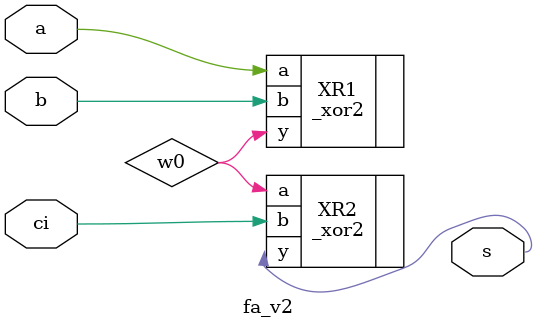
<source format=v>
module fa_v2(a,b,ci,s);
	//set input output
	input a,b,ci;
	output s;
	//declare a wire(w0) to implement
	wire w0;
	//calculate 2-input fa_v2 for output s
	_xor2 XR1(.a(a),.b(b),.y(w0));
	_xor2 XR2(.a(w0),.b(ci),.y(s));
endmodule

</source>
